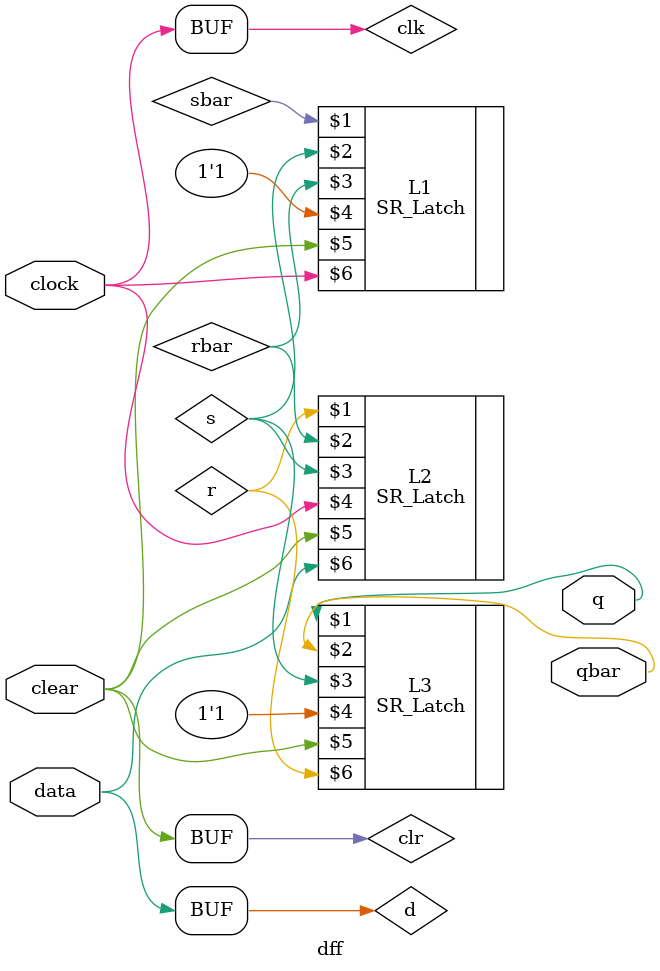
<source format=v>
/*
Name: Kenneth Galindo
Class: ECE 526 Lab
Lab Report: #3
File Name: dff
*/

`timescale 1 ns / 100 ps

`define FAN_OUT_1 	0.5	//ns (one output fanout)
`define FAN_OUT_2 	0.8	//ns (two output fanout)
`define FAN_OUT_3 	1	//ns (three output fanout)
`define TIME_DELAY_1 	3	//ns (one input gates)

module dff (q, qbar, clock, data, clear);
	input clock, data, clear;
	output q, qbar;

	wire s, sbar, r, rbar, cbar, clkbar, clk, clr, d, dbar;

	//First NOT gates
	not #(`TIME_DELAY_1 + `FAN_OUT_1)  NOT1(cbar,clear);
	not #(`TIME_DELAY_1 + `FAN_OUT_1) NOT2(clkbar, clock);
	not #(`TIME_DELAY_1 + `FAN_OUT_1) NOT3(dbar, data);

	//Second NOT gates
	not #(`TIME_DELAY_1 + `FAN_OUT_3) NOT4(clr, cbar);
	not #(`TIME_DELAY_1 + `FAN_OUT_2) NOT5(clk, clkbar);
	not #(`TIME_DELAY_1 + `FAN_OUT_1) NOT6(d, dbar);

	//SR Latch Implementation
	SR_Latch #(.delay1(4.5), .delay2(6.0)) L1(sbar, s, rbar, 1'b1, clr, clk);
	SR_Latch #(.delay1(5.8), .delay2(5.8)) L2(r, rbar, s, clk, clr, d);
	SR_Latch #(.delay1(6.5), .delay2(7.5)) L3(q, qbar, s, 1'b1, clr, r);

endmodule


</source>
